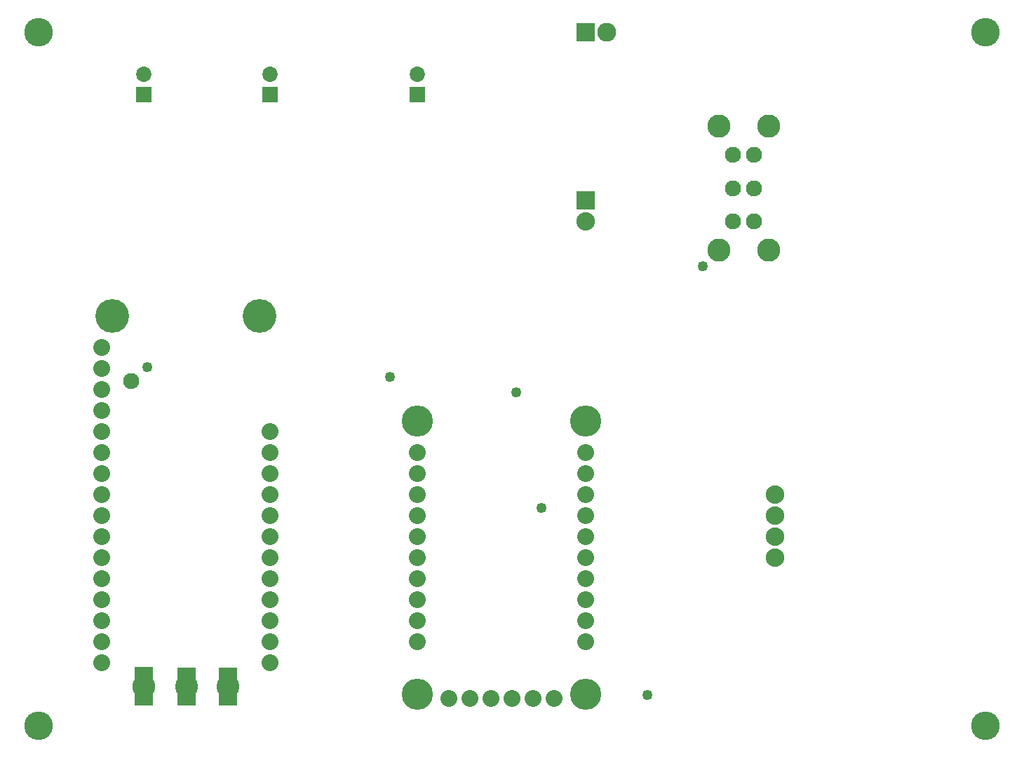
<source format=gts>
G04 MADE WITH FRITZING*
G04 WWW.FRITZING.ORG*
G04 DOUBLE SIDED*
G04 HOLES PLATED*
G04 CONTOUR ON CENTER OF CONTOUR VECTOR*
%ASAXBY*%
%FSLAX23Y23*%
%MOIN*%
%OFA0B0*%
%SFA1.0B1.0*%
%ADD10C,0.148425*%
%ADD11C,0.080000*%
%ADD12C,0.049370*%
%ADD13C,0.108425*%
%ADD14C,0.160000*%
%ADD15C,0.110000*%
%ADD16C,0.076000*%
%ADD17C,0.072992*%
%ADD18C,0.088000*%
%ADD19C,0.090000*%
%ADD20C,0.135984*%
%ADD21R,0.072992X0.072992*%
%ADD22R,0.088000X0.088000*%
%ADD23R,0.090000X0.090000*%
%ADD24R,0.001000X0.001000*%
%LNMASK1*%
G90*
G70*
G54D10*
X1944Y330D03*
X1944Y1630D03*
G54D11*
X2094Y310D03*
X2194Y310D03*
X2294Y310D03*
X2394Y310D03*
X2494Y310D03*
X2594Y310D03*
X1944Y1480D03*
X1944Y1380D03*
X1944Y1280D03*
X1944Y1180D03*
X1944Y1080D03*
X1944Y980D03*
X1944Y880D03*
X1944Y780D03*
X1944Y680D03*
G54D10*
X2744Y1630D03*
G54D11*
X1944Y580D03*
G54D10*
X2744Y330D03*
G54D11*
X2744Y580D03*
X2744Y680D03*
X2744Y780D03*
X2744Y880D03*
X2744Y980D03*
X2744Y1080D03*
X2744Y1180D03*
X2744Y1280D03*
X2744Y1380D03*
X2744Y1480D03*
G54D12*
X3036Y327D03*
X3300Y2367D03*
X2412Y1767D03*
X2532Y1215D03*
X660Y1887D03*
X1812Y1839D03*
G54D11*
X1244Y1380D03*
G54D13*
X1044Y365D03*
G54D14*
X494Y2130D03*
G54D13*
X846Y365D03*
G54D15*
X644Y365D03*
G54D16*
X584Y1820D03*
G54D11*
X1244Y1180D03*
X444Y1980D03*
X1244Y1580D03*
X444Y1880D03*
X444Y1780D03*
X444Y1680D03*
X444Y1580D03*
X444Y1480D03*
X444Y1380D03*
X1244Y1080D03*
X444Y1280D03*
X1244Y1280D03*
X444Y1180D03*
X1244Y1480D03*
X444Y1080D03*
G54D14*
X1194Y2130D03*
G54D11*
X444Y980D03*
X444Y880D03*
X444Y780D03*
X444Y680D03*
X444Y580D03*
X444Y480D03*
X1244Y480D03*
X1244Y580D03*
X1244Y680D03*
X1244Y780D03*
X1244Y880D03*
X1244Y980D03*
G54D17*
X1244Y3182D03*
X1244Y3280D03*
X644Y3182D03*
X644Y3280D03*
X1944Y3182D03*
X1944Y3280D03*
G54D18*
X2744Y2680D03*
X2744Y2580D03*
G54D19*
X2744Y3480D03*
X2844Y3480D03*
G54D18*
X3644Y1280D03*
X3644Y1180D03*
X3644Y1080D03*
X3644Y980D03*
G54D15*
X3376Y2442D03*
X3612Y2442D03*
X3376Y3033D03*
X3612Y3033D03*
G54D16*
X3444Y2580D03*
X3444Y2737D03*
X3444Y2895D03*
X3543Y2580D03*
X3543Y2737D03*
X3543Y2895D03*
G54D15*
X3376Y2442D03*
X3612Y2442D03*
X3376Y3033D03*
X3612Y3033D03*
G54D16*
X3444Y2580D03*
X3444Y2737D03*
X3444Y2895D03*
X3543Y2580D03*
X3543Y2737D03*
X3543Y2895D03*
G54D20*
X4644Y3480D03*
X4644Y180D03*
X144Y3480D03*
X144Y180D03*
G54D21*
X1244Y3182D03*
X644Y3182D03*
X1944Y3182D03*
G54D22*
X2744Y2680D03*
G54D23*
X2744Y3480D03*
G54D24*
X602Y458D02*
X686Y458D01*
X602Y457D02*
X686Y457D01*
X804Y457D02*
X888Y457D01*
X1002Y457D02*
X1086Y457D01*
X602Y456D02*
X686Y456D01*
X804Y456D02*
X888Y456D01*
X1002Y456D02*
X1086Y456D01*
X602Y455D02*
X686Y455D01*
X804Y455D02*
X888Y455D01*
X1002Y455D02*
X1086Y455D01*
X602Y454D02*
X686Y454D01*
X804Y454D02*
X888Y454D01*
X1002Y454D02*
X1086Y454D01*
X602Y453D02*
X686Y453D01*
X804Y453D02*
X888Y453D01*
X1002Y453D02*
X1086Y453D01*
X602Y452D02*
X686Y452D01*
X804Y452D02*
X888Y452D01*
X1002Y452D02*
X1086Y452D01*
X602Y451D02*
X686Y451D01*
X804Y451D02*
X888Y451D01*
X1002Y451D02*
X1086Y451D01*
X602Y450D02*
X686Y450D01*
X804Y450D02*
X888Y450D01*
X1002Y450D02*
X1086Y450D01*
X602Y449D02*
X686Y449D01*
X804Y449D02*
X888Y449D01*
X1002Y449D02*
X1086Y449D01*
X602Y448D02*
X686Y448D01*
X804Y448D02*
X888Y448D01*
X1002Y448D02*
X1086Y448D01*
X602Y447D02*
X686Y447D01*
X804Y447D02*
X888Y447D01*
X1002Y447D02*
X1086Y447D01*
X602Y446D02*
X686Y446D01*
X804Y446D02*
X888Y446D01*
X1002Y446D02*
X1086Y446D01*
X602Y445D02*
X686Y445D01*
X804Y445D02*
X888Y445D01*
X1002Y445D02*
X1086Y445D01*
X602Y444D02*
X686Y444D01*
X804Y444D02*
X888Y444D01*
X1002Y444D02*
X1086Y444D01*
X602Y443D02*
X686Y443D01*
X804Y443D02*
X888Y443D01*
X1002Y443D02*
X1086Y443D01*
X602Y442D02*
X686Y442D01*
X804Y442D02*
X888Y442D01*
X1002Y442D02*
X1086Y442D01*
X602Y441D02*
X686Y441D01*
X804Y441D02*
X888Y441D01*
X1002Y441D02*
X1086Y441D01*
X602Y440D02*
X686Y440D01*
X804Y440D02*
X888Y440D01*
X1002Y440D02*
X1086Y440D01*
X602Y439D02*
X686Y439D01*
X804Y439D02*
X888Y439D01*
X1002Y439D02*
X1086Y439D01*
X602Y438D02*
X686Y438D01*
X804Y438D02*
X888Y438D01*
X1002Y438D02*
X1086Y438D01*
X602Y437D02*
X686Y437D01*
X804Y437D02*
X888Y437D01*
X1002Y437D02*
X1086Y437D01*
X602Y436D02*
X686Y436D01*
X804Y436D02*
X888Y436D01*
X1002Y436D02*
X1086Y436D01*
X602Y435D02*
X686Y435D01*
X804Y435D02*
X888Y435D01*
X1002Y435D02*
X1086Y435D01*
X602Y434D02*
X686Y434D01*
X804Y434D02*
X888Y434D01*
X1002Y434D02*
X1086Y434D01*
X602Y433D02*
X686Y433D01*
X804Y433D02*
X888Y433D01*
X1002Y433D02*
X1086Y433D01*
X602Y432D02*
X686Y432D01*
X804Y432D02*
X888Y432D01*
X1002Y432D02*
X1086Y432D01*
X602Y431D02*
X686Y431D01*
X804Y431D02*
X888Y431D01*
X1002Y431D02*
X1086Y431D01*
X602Y430D02*
X686Y430D01*
X804Y430D02*
X888Y430D01*
X1002Y430D02*
X1086Y430D01*
X602Y429D02*
X686Y429D01*
X804Y429D02*
X888Y429D01*
X1002Y429D02*
X1086Y429D01*
X602Y428D02*
X686Y428D01*
X804Y428D02*
X888Y428D01*
X1002Y428D02*
X1086Y428D01*
X602Y427D02*
X686Y427D01*
X804Y427D02*
X888Y427D01*
X1002Y427D02*
X1086Y427D01*
X602Y426D02*
X686Y426D01*
X804Y426D02*
X888Y426D01*
X1002Y426D02*
X1086Y426D01*
X602Y425D02*
X686Y425D01*
X804Y425D02*
X888Y425D01*
X1002Y425D02*
X1086Y425D01*
X602Y424D02*
X686Y424D01*
X804Y424D02*
X888Y424D01*
X1002Y424D02*
X1086Y424D01*
X602Y423D02*
X686Y423D01*
X804Y423D02*
X888Y423D01*
X1002Y423D02*
X1086Y423D01*
X602Y422D02*
X686Y422D01*
X804Y422D02*
X888Y422D01*
X1002Y422D02*
X1086Y422D01*
X602Y421D02*
X686Y421D01*
X804Y421D02*
X888Y421D01*
X1002Y421D02*
X1086Y421D01*
X602Y420D02*
X686Y420D01*
X804Y420D02*
X888Y420D01*
X1002Y420D02*
X1086Y420D01*
X602Y419D02*
X686Y419D01*
X804Y419D02*
X888Y419D01*
X1002Y419D02*
X1086Y419D01*
X602Y418D02*
X686Y418D01*
X804Y418D02*
X888Y418D01*
X1002Y418D02*
X1086Y418D01*
X602Y417D02*
X686Y417D01*
X804Y417D02*
X888Y417D01*
X1002Y417D02*
X1086Y417D01*
X602Y416D02*
X686Y416D01*
X804Y416D02*
X888Y416D01*
X1002Y416D02*
X1086Y416D01*
X602Y415D02*
X686Y415D01*
X804Y415D02*
X888Y415D01*
X1002Y415D02*
X1086Y415D01*
X602Y414D02*
X686Y414D01*
X804Y414D02*
X888Y414D01*
X1002Y414D02*
X1086Y414D01*
X602Y413D02*
X686Y413D01*
X804Y413D02*
X888Y413D01*
X1002Y413D02*
X1086Y413D01*
X602Y412D02*
X686Y412D01*
X804Y412D02*
X888Y412D01*
X1002Y412D02*
X1086Y412D01*
X602Y411D02*
X686Y411D01*
X804Y411D02*
X888Y411D01*
X1002Y411D02*
X1086Y411D01*
X602Y410D02*
X686Y410D01*
X804Y410D02*
X888Y410D01*
X1002Y410D02*
X1086Y410D01*
X602Y409D02*
X686Y409D01*
X804Y409D02*
X888Y409D01*
X1002Y409D02*
X1086Y409D01*
X602Y408D02*
X686Y408D01*
X804Y408D02*
X888Y408D01*
X1002Y408D02*
X1086Y408D01*
X602Y407D02*
X686Y407D01*
X804Y407D02*
X888Y407D01*
X1002Y407D02*
X1086Y407D01*
X602Y406D02*
X686Y406D01*
X804Y406D02*
X888Y406D01*
X1002Y406D02*
X1086Y406D01*
X602Y405D02*
X686Y405D01*
X804Y405D02*
X888Y405D01*
X1002Y405D02*
X1086Y405D01*
X602Y404D02*
X686Y404D01*
X804Y404D02*
X888Y404D01*
X1002Y404D02*
X1086Y404D01*
X602Y403D02*
X686Y403D01*
X804Y403D02*
X888Y403D01*
X1002Y403D02*
X1086Y403D01*
X602Y402D02*
X686Y402D01*
X804Y402D02*
X888Y402D01*
X1002Y402D02*
X1086Y402D01*
X602Y401D02*
X686Y401D01*
X804Y401D02*
X888Y401D01*
X1002Y401D02*
X1086Y401D01*
X602Y400D02*
X686Y400D01*
X804Y400D02*
X888Y400D01*
X1002Y400D02*
X1086Y400D01*
X602Y399D02*
X639Y399D01*
X648Y399D02*
X686Y399D01*
X804Y399D02*
X888Y399D01*
X1002Y399D02*
X1086Y399D01*
X602Y398D02*
X634Y398D01*
X653Y398D02*
X686Y398D01*
X804Y398D02*
X838Y398D01*
X854Y398D02*
X888Y398D01*
X1002Y398D02*
X1036Y398D01*
X1052Y398D02*
X1086Y398D01*
X602Y397D02*
X631Y397D01*
X656Y397D02*
X686Y397D01*
X804Y397D02*
X834Y397D01*
X857Y397D02*
X888Y397D01*
X1002Y397D02*
X1032Y397D01*
X1055Y397D02*
X1086Y397D01*
X602Y396D02*
X629Y396D01*
X659Y396D02*
X686Y396D01*
X804Y396D02*
X832Y396D01*
X860Y396D02*
X888Y396D01*
X1002Y396D02*
X1030Y396D01*
X1058Y396D02*
X1086Y396D01*
X602Y395D02*
X627Y395D01*
X661Y395D02*
X686Y395D01*
X804Y395D02*
X830Y395D01*
X862Y395D02*
X888Y395D01*
X1002Y395D02*
X1028Y395D01*
X1060Y395D02*
X1086Y395D01*
X602Y394D02*
X626Y394D01*
X662Y394D02*
X686Y394D01*
X804Y394D02*
X828Y394D01*
X864Y394D02*
X888Y394D01*
X1002Y394D02*
X1026Y394D01*
X1062Y394D02*
X1086Y394D01*
X602Y393D02*
X624Y393D01*
X664Y393D02*
X686Y393D01*
X804Y393D02*
X827Y393D01*
X865Y393D02*
X888Y393D01*
X1002Y393D02*
X1025Y393D01*
X1063Y393D02*
X1086Y393D01*
X602Y392D02*
X623Y392D01*
X665Y392D02*
X686Y392D01*
X804Y392D02*
X825Y392D01*
X867Y392D02*
X888Y392D01*
X1002Y392D02*
X1023Y392D01*
X1065Y392D02*
X1086Y392D01*
X602Y391D02*
X622Y391D01*
X666Y391D02*
X686Y391D01*
X804Y391D02*
X824Y391D01*
X868Y391D02*
X888Y391D01*
X1002Y391D02*
X1022Y391D01*
X1066Y391D02*
X1086Y391D01*
X602Y390D02*
X621Y390D01*
X667Y390D02*
X686Y390D01*
X804Y390D02*
X823Y390D01*
X869Y390D02*
X888Y390D01*
X1002Y390D02*
X1021Y390D01*
X1067Y390D02*
X1086Y390D01*
X602Y389D02*
X620Y389D01*
X668Y389D02*
X686Y389D01*
X804Y389D02*
X822Y389D01*
X870Y389D02*
X888Y389D01*
X1002Y389D02*
X1020Y389D01*
X1068Y389D02*
X1086Y389D01*
X602Y388D02*
X619Y388D01*
X669Y388D02*
X686Y388D01*
X804Y388D02*
X821Y388D01*
X871Y388D02*
X888Y388D01*
X1002Y388D02*
X1019Y388D01*
X1069Y388D02*
X1086Y388D01*
X602Y387D02*
X618Y387D01*
X670Y387D02*
X686Y387D01*
X804Y387D02*
X820Y387D01*
X871Y387D02*
X888Y387D01*
X1002Y387D02*
X1018Y387D01*
X1069Y387D02*
X1086Y387D01*
X602Y386D02*
X617Y386D01*
X671Y386D02*
X686Y386D01*
X804Y386D02*
X819Y386D01*
X872Y386D02*
X888Y386D01*
X1002Y386D02*
X1017Y386D01*
X1070Y386D02*
X1086Y386D01*
X602Y385D02*
X616Y385D01*
X671Y385D02*
X686Y385D01*
X804Y385D02*
X819Y385D01*
X873Y385D02*
X888Y385D01*
X1002Y385D02*
X1017Y385D01*
X1071Y385D02*
X1086Y385D01*
X602Y384D02*
X616Y384D01*
X672Y384D02*
X686Y384D01*
X804Y384D02*
X818Y384D01*
X874Y384D02*
X888Y384D01*
X1002Y384D02*
X1016Y384D01*
X1072Y384D02*
X1086Y384D01*
X602Y383D02*
X615Y383D01*
X673Y383D02*
X686Y383D01*
X804Y383D02*
X817Y383D01*
X874Y383D02*
X888Y383D01*
X1002Y383D02*
X1015Y383D01*
X1072Y383D02*
X1086Y383D01*
X602Y382D02*
X614Y382D01*
X673Y382D02*
X686Y382D01*
X804Y382D02*
X817Y382D01*
X875Y382D02*
X888Y382D01*
X1002Y382D02*
X1015Y382D01*
X1073Y382D02*
X1086Y382D01*
X602Y381D02*
X614Y381D01*
X674Y381D02*
X686Y381D01*
X804Y381D02*
X816Y381D01*
X875Y381D02*
X888Y381D01*
X1002Y381D02*
X1014Y381D01*
X1073Y381D02*
X1086Y381D01*
X602Y380D02*
X613Y380D01*
X674Y380D02*
X686Y380D01*
X804Y380D02*
X816Y380D01*
X876Y380D02*
X888Y380D01*
X1002Y380D02*
X1014Y380D01*
X1074Y380D02*
X1086Y380D01*
X602Y379D02*
X613Y379D01*
X675Y379D02*
X686Y379D01*
X804Y379D02*
X815Y379D01*
X876Y379D02*
X888Y379D01*
X1002Y379D02*
X1013Y379D01*
X1074Y379D02*
X1086Y379D01*
X602Y378D02*
X613Y378D01*
X675Y378D02*
X686Y378D01*
X804Y378D02*
X815Y378D01*
X877Y378D02*
X888Y378D01*
X1002Y378D02*
X1013Y378D01*
X1075Y378D02*
X1086Y378D01*
X602Y377D02*
X612Y377D01*
X675Y377D02*
X686Y377D01*
X804Y377D02*
X815Y377D01*
X877Y377D02*
X888Y377D01*
X1002Y377D02*
X1013Y377D01*
X1075Y377D02*
X1086Y377D01*
X602Y376D02*
X612Y376D01*
X676Y376D02*
X686Y376D01*
X804Y376D02*
X814Y376D01*
X877Y376D02*
X888Y376D01*
X1002Y376D02*
X1012Y376D01*
X1075Y376D02*
X1086Y376D01*
X602Y375D02*
X612Y375D01*
X676Y375D02*
X686Y375D01*
X804Y375D02*
X814Y375D01*
X878Y375D02*
X888Y375D01*
X1002Y375D02*
X1012Y375D01*
X1076Y375D02*
X1086Y375D01*
X602Y374D02*
X611Y374D01*
X676Y374D02*
X686Y374D01*
X804Y374D02*
X814Y374D01*
X878Y374D02*
X888Y374D01*
X1002Y374D02*
X1012Y374D01*
X1076Y374D02*
X1086Y374D01*
X602Y373D02*
X611Y373D01*
X677Y373D02*
X686Y373D01*
X804Y373D02*
X813Y373D01*
X878Y373D02*
X888Y373D01*
X1002Y373D02*
X1011Y373D01*
X1076Y373D02*
X1086Y373D01*
X602Y372D02*
X611Y372D01*
X677Y372D02*
X686Y372D01*
X804Y372D02*
X813Y372D01*
X878Y372D02*
X888Y372D01*
X1002Y372D02*
X1011Y372D01*
X1076Y372D02*
X1086Y372D01*
X601Y371D02*
X611Y371D01*
X677Y371D02*
X686Y371D01*
X804Y371D02*
X813Y371D01*
X878Y371D02*
X888Y371D01*
X1002Y371D02*
X1011Y371D01*
X1076Y371D02*
X1086Y371D01*
X601Y370D02*
X611Y370D01*
X677Y370D02*
X686Y370D01*
X804Y370D02*
X813Y370D01*
X878Y370D02*
X888Y370D01*
X1002Y370D02*
X1011Y370D01*
X1077Y370D02*
X1086Y370D01*
X601Y369D02*
X611Y369D01*
X677Y369D02*
X686Y369D01*
X804Y369D02*
X813Y369D01*
X879Y369D02*
X888Y369D01*
X1002Y369D02*
X1011Y369D01*
X1077Y369D02*
X1086Y369D01*
X601Y368D02*
X611Y368D01*
X677Y368D02*
X686Y368D01*
X804Y368D02*
X813Y368D01*
X879Y368D02*
X888Y368D01*
X1002Y368D02*
X1011Y368D01*
X1077Y368D02*
X1086Y368D01*
X601Y367D02*
X611Y367D01*
X677Y367D02*
X686Y367D01*
X804Y367D02*
X813Y367D01*
X879Y367D02*
X888Y367D01*
X1002Y367D02*
X1011Y367D01*
X1077Y367D02*
X1086Y367D01*
X601Y366D02*
X611Y366D01*
X677Y366D02*
X686Y366D01*
X804Y366D02*
X813Y366D01*
X879Y366D02*
X888Y366D01*
X1002Y366D02*
X1011Y366D01*
X1077Y366D02*
X1086Y366D01*
X601Y365D02*
X611Y365D01*
X677Y365D02*
X686Y365D01*
X804Y365D02*
X813Y365D01*
X879Y365D02*
X888Y365D01*
X1002Y365D02*
X1011Y365D01*
X1077Y365D02*
X1086Y365D01*
X601Y364D02*
X611Y364D01*
X677Y364D02*
X686Y364D01*
X804Y364D02*
X813Y364D01*
X879Y364D02*
X888Y364D01*
X1002Y364D02*
X1011Y364D01*
X1077Y364D02*
X1086Y364D01*
X601Y363D02*
X611Y363D01*
X677Y363D02*
X686Y363D01*
X804Y363D02*
X813Y363D01*
X878Y363D02*
X888Y363D01*
X1002Y363D02*
X1011Y363D01*
X1077Y363D02*
X1086Y363D01*
X601Y362D02*
X611Y362D01*
X677Y362D02*
X686Y362D01*
X804Y362D02*
X813Y362D01*
X878Y362D02*
X888Y362D01*
X1002Y362D02*
X1011Y362D01*
X1076Y362D02*
X1086Y362D01*
X602Y361D02*
X611Y361D01*
X677Y361D02*
X686Y361D01*
X804Y361D02*
X813Y361D01*
X878Y361D02*
X888Y361D01*
X1002Y361D02*
X1011Y361D01*
X1076Y361D02*
X1086Y361D01*
X602Y360D02*
X611Y360D01*
X677Y360D02*
X686Y360D01*
X804Y360D02*
X813Y360D01*
X878Y360D02*
X888Y360D01*
X1002Y360D02*
X1011Y360D01*
X1076Y360D02*
X1086Y360D01*
X602Y359D02*
X611Y359D01*
X676Y359D02*
X686Y359D01*
X804Y359D02*
X814Y359D01*
X878Y359D02*
X888Y359D01*
X1002Y359D02*
X1012Y359D01*
X1076Y359D02*
X1086Y359D01*
X602Y358D02*
X612Y358D01*
X676Y358D02*
X686Y358D01*
X804Y358D02*
X814Y358D01*
X878Y358D02*
X888Y358D01*
X1002Y358D02*
X1012Y358D01*
X1076Y358D02*
X1086Y358D01*
X602Y357D02*
X612Y357D01*
X676Y357D02*
X686Y357D01*
X804Y357D02*
X814Y357D01*
X877Y357D02*
X888Y357D01*
X1002Y357D02*
X1012Y357D01*
X1075Y357D02*
X1086Y357D01*
X602Y356D02*
X612Y356D01*
X676Y356D02*
X686Y356D01*
X804Y356D02*
X815Y356D01*
X877Y356D02*
X888Y356D01*
X1002Y356D02*
X1013Y356D01*
X1075Y356D02*
X1086Y356D01*
X602Y355D02*
X613Y355D01*
X675Y355D02*
X686Y355D01*
X804Y355D02*
X815Y355D01*
X877Y355D02*
X888Y355D01*
X1002Y355D02*
X1013Y355D01*
X1075Y355D02*
X1086Y355D01*
X602Y354D02*
X613Y354D01*
X675Y354D02*
X686Y354D01*
X804Y354D02*
X815Y354D01*
X876Y354D02*
X888Y354D01*
X1002Y354D02*
X1013Y354D01*
X1074Y354D02*
X1086Y354D01*
X602Y353D02*
X613Y353D01*
X674Y353D02*
X686Y353D01*
X804Y353D02*
X816Y353D01*
X876Y353D02*
X888Y353D01*
X1002Y353D02*
X1014Y353D01*
X1074Y353D02*
X1086Y353D01*
X602Y352D02*
X614Y352D01*
X674Y352D02*
X686Y352D01*
X804Y352D02*
X816Y352D01*
X875Y352D02*
X888Y352D01*
X1002Y352D02*
X1014Y352D01*
X1073Y352D02*
X1086Y352D01*
X602Y351D02*
X614Y351D01*
X673Y351D02*
X686Y351D01*
X804Y351D02*
X817Y351D01*
X875Y351D02*
X888Y351D01*
X1002Y351D02*
X1015Y351D01*
X1073Y351D02*
X1086Y351D01*
X602Y350D02*
X615Y350D01*
X673Y350D02*
X686Y350D01*
X804Y350D02*
X817Y350D01*
X874Y350D02*
X888Y350D01*
X1002Y350D02*
X1015Y350D01*
X1072Y350D02*
X1086Y350D01*
X602Y349D02*
X616Y349D01*
X672Y349D02*
X686Y349D01*
X804Y349D02*
X818Y349D01*
X874Y349D02*
X888Y349D01*
X1002Y349D02*
X1016Y349D01*
X1072Y349D02*
X1086Y349D01*
X602Y348D02*
X616Y348D01*
X672Y348D02*
X686Y348D01*
X804Y348D02*
X819Y348D01*
X873Y348D02*
X888Y348D01*
X1002Y348D02*
X1017Y348D01*
X1071Y348D02*
X1086Y348D01*
X602Y347D02*
X617Y347D01*
X671Y347D02*
X686Y347D01*
X804Y347D02*
X819Y347D01*
X872Y347D02*
X888Y347D01*
X1002Y347D02*
X1017Y347D01*
X1070Y347D02*
X1086Y347D01*
X602Y346D02*
X618Y346D01*
X670Y346D02*
X686Y346D01*
X804Y346D02*
X820Y346D01*
X872Y346D02*
X888Y346D01*
X1002Y346D02*
X1018Y346D01*
X1070Y346D02*
X1086Y346D01*
X602Y345D02*
X619Y345D01*
X669Y345D02*
X686Y345D01*
X804Y345D02*
X821Y345D01*
X871Y345D02*
X888Y345D01*
X1002Y345D02*
X1019Y345D01*
X1069Y345D02*
X1086Y345D01*
X602Y344D02*
X620Y344D01*
X668Y344D02*
X686Y344D01*
X804Y344D02*
X822Y344D01*
X870Y344D02*
X888Y344D01*
X1002Y344D02*
X1020Y344D01*
X1068Y344D02*
X1086Y344D01*
X602Y343D02*
X620Y343D01*
X667Y343D02*
X686Y343D01*
X804Y343D02*
X823Y343D01*
X869Y343D02*
X888Y343D01*
X1002Y343D02*
X1021Y343D01*
X1067Y343D02*
X1086Y343D01*
X602Y342D02*
X622Y342D01*
X666Y342D02*
X686Y342D01*
X804Y342D02*
X824Y342D01*
X868Y342D02*
X888Y342D01*
X1002Y342D02*
X1022Y342D01*
X1066Y342D02*
X1086Y342D01*
X602Y341D02*
X623Y341D01*
X665Y341D02*
X686Y341D01*
X804Y341D02*
X825Y341D01*
X867Y341D02*
X888Y341D01*
X1002Y341D02*
X1023Y341D01*
X1065Y341D02*
X1086Y341D01*
X602Y340D02*
X624Y340D01*
X664Y340D02*
X686Y340D01*
X804Y340D02*
X826Y340D01*
X865Y340D02*
X888Y340D01*
X1002Y340D02*
X1024Y340D01*
X1063Y340D02*
X1086Y340D01*
X602Y339D02*
X625Y339D01*
X662Y339D02*
X686Y339D01*
X804Y339D02*
X828Y339D01*
X864Y339D02*
X888Y339D01*
X1002Y339D02*
X1026Y339D01*
X1062Y339D02*
X1086Y339D01*
X602Y338D02*
X627Y338D01*
X661Y338D02*
X686Y338D01*
X804Y338D02*
X829Y338D01*
X862Y338D02*
X888Y338D01*
X1002Y338D02*
X1027Y338D01*
X1060Y338D02*
X1086Y338D01*
X602Y337D02*
X629Y337D01*
X659Y337D02*
X686Y337D01*
X804Y337D02*
X831Y337D01*
X860Y337D02*
X888Y337D01*
X1002Y337D02*
X1029Y337D01*
X1058Y337D02*
X1086Y337D01*
X602Y336D02*
X631Y336D01*
X657Y336D02*
X686Y336D01*
X804Y336D02*
X834Y336D01*
X858Y336D02*
X888Y336D01*
X1002Y336D02*
X1032Y336D01*
X1056Y336D02*
X1086Y336D01*
X602Y335D02*
X634Y335D01*
X654Y335D02*
X686Y335D01*
X804Y335D02*
X837Y335D01*
X855Y335D02*
X888Y335D01*
X1002Y335D02*
X1035Y335D01*
X1053Y335D02*
X1086Y335D01*
X602Y334D02*
X639Y334D01*
X649Y334D02*
X686Y334D01*
X804Y334D02*
X888Y334D01*
X1002Y334D02*
X1086Y334D01*
X602Y333D02*
X686Y333D01*
X804Y333D02*
X888Y333D01*
X1002Y333D02*
X1086Y333D01*
X602Y332D02*
X686Y332D01*
X804Y332D02*
X888Y332D01*
X1002Y332D02*
X1086Y332D01*
X602Y331D02*
X686Y331D01*
X804Y331D02*
X888Y331D01*
X1002Y331D02*
X1086Y331D01*
X602Y330D02*
X686Y330D01*
X804Y330D02*
X888Y330D01*
X1002Y330D02*
X1086Y330D01*
X602Y329D02*
X686Y329D01*
X804Y329D02*
X888Y329D01*
X1002Y329D02*
X1086Y329D01*
X602Y328D02*
X686Y328D01*
X804Y328D02*
X888Y328D01*
X1002Y328D02*
X1086Y328D01*
X602Y327D02*
X686Y327D01*
X804Y327D02*
X888Y327D01*
X1002Y327D02*
X1086Y327D01*
X602Y326D02*
X686Y326D01*
X804Y326D02*
X888Y326D01*
X1002Y326D02*
X1086Y326D01*
X602Y325D02*
X686Y325D01*
X804Y325D02*
X888Y325D01*
X1002Y325D02*
X1086Y325D01*
X602Y324D02*
X686Y324D01*
X804Y324D02*
X888Y324D01*
X1002Y324D02*
X1086Y324D01*
X602Y323D02*
X686Y323D01*
X804Y323D02*
X888Y323D01*
X1002Y323D02*
X1086Y323D01*
X602Y322D02*
X686Y322D01*
X804Y322D02*
X888Y322D01*
X1002Y322D02*
X1086Y322D01*
X602Y321D02*
X686Y321D01*
X804Y321D02*
X888Y321D01*
X1002Y321D02*
X1086Y321D01*
X602Y320D02*
X686Y320D01*
X804Y320D02*
X888Y320D01*
X1002Y320D02*
X1086Y320D01*
X602Y319D02*
X686Y319D01*
X804Y319D02*
X888Y319D01*
X1002Y319D02*
X1086Y319D01*
X602Y318D02*
X686Y318D01*
X804Y318D02*
X888Y318D01*
X1002Y318D02*
X1086Y318D01*
X602Y317D02*
X686Y317D01*
X804Y317D02*
X888Y317D01*
X1002Y317D02*
X1086Y317D01*
X602Y316D02*
X686Y316D01*
X804Y316D02*
X888Y316D01*
X1002Y316D02*
X1086Y316D01*
X602Y315D02*
X686Y315D01*
X804Y315D02*
X888Y315D01*
X1002Y315D02*
X1086Y315D01*
X602Y314D02*
X686Y314D01*
X804Y314D02*
X888Y314D01*
X1002Y314D02*
X1086Y314D01*
X602Y313D02*
X686Y313D01*
X804Y313D02*
X888Y313D01*
X1002Y313D02*
X1086Y313D01*
X602Y312D02*
X686Y312D01*
X804Y312D02*
X888Y312D01*
X1002Y312D02*
X1086Y312D01*
X602Y311D02*
X686Y311D01*
X804Y311D02*
X888Y311D01*
X1002Y311D02*
X1086Y311D01*
X602Y310D02*
X686Y310D01*
X804Y310D02*
X888Y310D01*
X1002Y310D02*
X1086Y310D01*
X602Y309D02*
X686Y309D01*
X804Y309D02*
X888Y309D01*
X1002Y309D02*
X1086Y309D01*
X602Y308D02*
X686Y308D01*
X804Y308D02*
X888Y308D01*
X1002Y308D02*
X1086Y308D01*
X602Y307D02*
X686Y307D01*
X804Y307D02*
X888Y307D01*
X1002Y307D02*
X1086Y307D01*
X602Y306D02*
X686Y306D01*
X804Y306D02*
X888Y306D01*
X1002Y306D02*
X1086Y306D01*
X602Y305D02*
X686Y305D01*
X804Y305D02*
X888Y305D01*
X1002Y305D02*
X1086Y305D01*
X602Y304D02*
X686Y304D01*
X804Y304D02*
X888Y304D01*
X1002Y304D02*
X1086Y304D01*
X602Y303D02*
X686Y303D01*
X804Y303D02*
X888Y303D01*
X1002Y303D02*
X1086Y303D01*
X602Y302D02*
X686Y302D01*
X804Y302D02*
X888Y302D01*
X1002Y302D02*
X1086Y302D01*
X602Y301D02*
X686Y301D01*
X804Y301D02*
X888Y301D01*
X1002Y301D02*
X1086Y301D01*
X602Y300D02*
X686Y300D01*
X804Y300D02*
X888Y300D01*
X1002Y300D02*
X1086Y300D01*
X602Y299D02*
X686Y299D01*
X804Y299D02*
X888Y299D01*
X1002Y299D02*
X1086Y299D01*
X602Y298D02*
X686Y298D01*
X804Y298D02*
X888Y298D01*
X1002Y298D02*
X1086Y298D01*
X602Y297D02*
X686Y297D01*
X804Y297D02*
X888Y297D01*
X1002Y297D02*
X1086Y297D01*
X602Y296D02*
X686Y296D01*
X804Y296D02*
X888Y296D01*
X1002Y296D02*
X1086Y296D01*
X602Y295D02*
X686Y295D01*
X804Y295D02*
X888Y295D01*
X1002Y295D02*
X1086Y295D01*
X602Y294D02*
X686Y294D01*
X804Y294D02*
X888Y294D01*
X1002Y294D02*
X1086Y294D01*
X602Y293D02*
X686Y293D01*
X804Y293D02*
X888Y293D01*
X1002Y293D02*
X1086Y293D01*
X602Y292D02*
X686Y292D01*
X804Y292D02*
X888Y292D01*
X1002Y292D02*
X1086Y292D01*
X602Y291D02*
X686Y291D01*
X804Y291D02*
X888Y291D01*
X1002Y291D02*
X1086Y291D01*
X602Y290D02*
X686Y290D01*
X804Y290D02*
X888Y290D01*
X1002Y290D02*
X1086Y290D01*
X602Y289D02*
X686Y289D01*
X804Y289D02*
X888Y289D01*
X1002Y289D02*
X1086Y289D01*
X602Y288D02*
X686Y288D01*
X804Y288D02*
X888Y288D01*
X1002Y288D02*
X1086Y288D01*
X602Y287D02*
X686Y287D01*
X804Y287D02*
X888Y287D01*
X1002Y287D02*
X1086Y287D01*
X602Y286D02*
X686Y286D01*
X804Y286D02*
X888Y286D01*
X1002Y286D02*
X1086Y286D01*
X602Y285D02*
X686Y285D01*
X804Y285D02*
X888Y285D01*
X1002Y285D02*
X1086Y285D01*
X602Y284D02*
X686Y284D01*
X804Y284D02*
X888Y284D01*
X1002Y284D02*
X1086Y284D01*
X602Y283D02*
X686Y283D01*
X804Y283D02*
X888Y283D01*
X1002Y283D02*
X1086Y283D01*
X602Y282D02*
X686Y282D01*
X804Y282D02*
X888Y282D01*
X1002Y282D02*
X1086Y282D01*
X602Y281D02*
X686Y281D01*
X804Y281D02*
X888Y281D01*
X1002Y281D02*
X1086Y281D01*
X602Y280D02*
X686Y280D01*
X804Y280D02*
X888Y280D01*
X1002Y280D02*
X1086Y280D01*
X602Y279D02*
X686Y279D01*
X804Y279D02*
X888Y279D01*
X1002Y279D02*
X1086Y279D01*
X602Y278D02*
X686Y278D01*
X804Y278D02*
X888Y278D01*
X1002Y278D02*
X1086Y278D01*
X602Y277D02*
X686Y277D01*
X804Y277D02*
X888Y277D01*
X1002Y277D02*
X1086Y277D01*
X602Y276D02*
X686Y276D01*
X804Y276D02*
X888Y276D01*
X1002Y276D02*
X1086Y276D01*
X602Y275D02*
X686Y275D01*
D02*
G04 End of Mask1*
M02*
</source>
